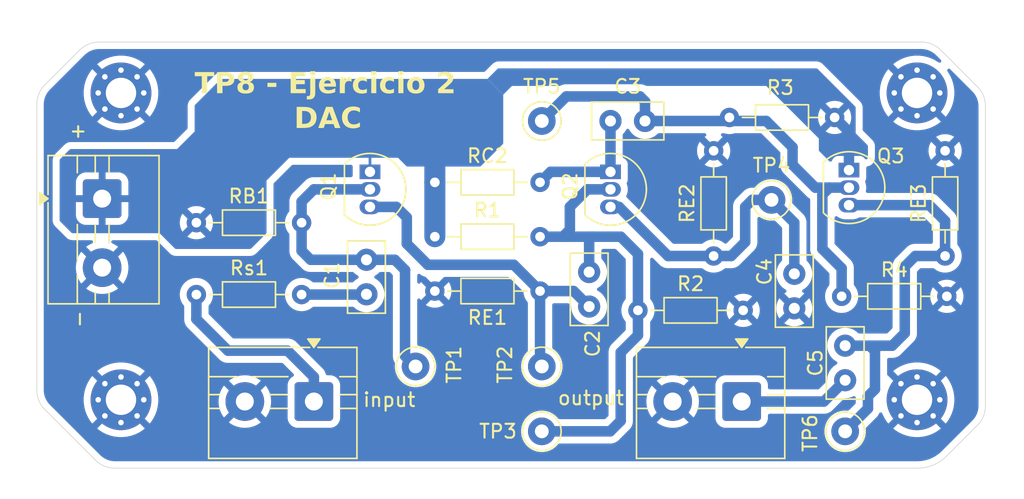
<source format=kicad_pcb>
(kicad_pcb (version 20241229) (generator "pcbnew") (generator_version "9.0")
  (layers (0 "F.Cu" signal) (2 "B.Cu" signal) (13 "F.Paste" user) (15 "B.Paste" user) (5 "F.SilkS" user "F.Silkscreen") (7 "B.SilkS" user "B.Silkscreen") (1 "F.Mask" user) (3 "B.Mask" user) (25 "Edge.Cuts" user))
  (net 0 "")
  (net 1 "Net-(C1-Pad1)")
  (net 2 "Net-(Q1-B)")
  (net 3 "Net-(Q2-B)")
  (net 4 "Net-(Q1-E)")
  (net 5 "Net-(Q2-C)")
  (net 6 "Net-(Q3-B)")
  (net 7 "GND")
  (net 8 "Net-(Q2-E)")
  (net 9 "Net-(Q3-E)")
  (net 10 "+9V")
  (net 11 "Net-(J2-Pin_1)")
  (net 12 "Net-(J3-Pin_1)")
  (footprint "TerminalBlock:TerminalBlock_MaiXu_MX126-5.0-02P_1x02_P5.00mm" (layer "F.Cu") (at 185.674 92.583 180)
    (property "Reference" "output" (at 10.922 0.254 0) (layer "F.SilkS"))
    (property "Value" "output")
    (fp_line (start 7.62 3.92) (end 0.3 3.92) (stroke (width 0.12)) (layer "F.SilkS"))
    (fp_line (start 7.62 -4.12) (end 7.62 3.92) (stroke (width 0.12)) (layer "F.SilkS"))
    (fp_line (start 6.812 0.5) (end 7.62 0.5) (stroke (width 0.12)) (layer "F.SilkS"))
    (fp_line (start 6.812 -0.5) (end 7.62 -0.5) (stroke (width 0.12)) (layer "F.SilkS"))
    (fp_line (start 5.543 1.8) (end 7.62 1.8) (stroke (width 0.12)) (layer "F.SilkS"))
    (fp_line (start 1.88 1.8) (end 4.457 1.8) (stroke (width 0.12)) (layer "F.SilkS"))
    (fp_line (start 1.88 0.5) (end 3.188 0.5) (stroke (width 0.12)) (layer "F.SilkS"))
    (fp_line (start 1.88 -0.5) (end 3.188 -0.5) (stroke (width 0.12)) (layer "F.SilkS"))
    (fp_line (start -0.3 3.92) (end -3.12 3.92) (stroke (width 0.12)) (layer "F.SilkS"))
    (fp_line (start -3.12 3.92) (end -3.12 -4.12) (stroke (width 0.12)) (layer "F.SilkS"))
    (fp_line (start -3.12 1.8) (end -1.88 1.8) (stroke (width 0.12)) (layer "F.SilkS"))
    (fp_line (start -3.12 0.5) (end -1.88 0.5) (stroke (width 0.12)) (layer "F.SilkS"))
    (fp_line (start -3.12 -0.5) (end -1.88 -0.5) (stroke (width 0.12)) (layer "F.SilkS"))
    (fp_line (start -3.12 -4.12) (end 7.62 -4.12) (stroke (width 0.12)) (layer "F.SilkS"))
    (fp_poly (pts (xy 0 3.92) (xy 0.44 4.53) (xy -0.44 4.53)) (stroke (width 0.12)) (fill yes) (layer "F.SilkS"))
    (pad "1" thru_hole roundrect (at 0 0 180) (size 2.8 2.8) (drill 1.3) (layers "*.Cu" "*.Mask") (roundrect_rratio 0.089286) (net 12 "Net-(J3-Pin_1)"))
    (pad "2" thru_hole circle (at 5 0 180) (size 2.8 2.8) (drill 1.3) (layers "*.Cu" "*.Mask") (net 7 "GND"))
  )
  (footprint "Capacitor_THT:C_Disc_D5.0mm_W2.5mm_P2.50mm" (layer "F.Cu") (at 193.167 88.539 -90)
    (property "Reference" "C5" (at 1.25 2.159 90) (layer "F.SilkS"))
    (property "Value" "C")
    (fp_line (start -1.37 1.37) (end -1.37 -1.37) (stroke (width 0.12)) (layer "F.SilkS"))
    (fp_line (start 3.87 1.37) (end -1.37 1.37) (stroke (width 0.12)) (layer "F.SilkS"))
    (fp_line (start -1.37 -1.37) (end 3.87 -1.37) (stroke (width 0.12)) (layer "F.SilkS"))
    (fp_line (start 3.87 -1.37) (end 3.87 1.37) (stroke (width 0.12)) (layer "F.SilkS"))
    (pad "1" thru_hole circle (at 0 0 270) (size 1.6 1.6) (drill 0.8) (layers "*.Cu" "*.Mask") (net 9 "Net-(Q3-E)"))
    (pad "2" thru_hole circle (at 2.5 0 270) (size 1.6 1.6) (drill 0.8) (layers "*.Cu" "*.Mask") (net 12 "Net-(J3-Pin_1)"))
  )
  (footprint "Resistor_THT:R_Axial_DIN0204_L3.6mm_D1.6mm_P7.62mm_Horizontal" (layer "F.Cu") (at 163.449 76.708)
    (property "Reference" "RC2" (at 3.81 -1.92 0) (layer "F.SilkS"))
    (property "Value" "2.7K")
    (fp_line (start 0.94 0) (end 1.89 0) (stroke (width 0.12)) (layer "F.SilkS"))
    (fp_line (start 6.68 0) (end 5.73 0) (stroke (width 0.12)) (layer "F.SilkS"))
    (fp_rect (start 1.89 -0.92) (end 5.73 0.92) (stroke (width 0.12)) (fill no) (layer "F.SilkS"))
    (pad "1" thru_hole circle (at 0 0) (size 1.4 1.4) (drill 0.7) (layers "*.Cu" "*.Mask") (net 10 "+9V"))
    (pad "2" thru_hole circle (at 7.62 0) (size 1.4 1.4) (drill 0.7) (layers "*.Cu" "*.Mask") (net 5 "Net-(Q2-C)"))
  )
  (footprint "Resistor_THT:R_Axial_DIN0204_L3.6mm_D1.6mm_P7.62mm_Horizontal" (layer "F.Cu") (at 183.642 82.042 90)
    (property "Reference" "RE2" (at 3.81 -1.92 90) (layer "F.SilkS"))
    (property "Value" "3.3K")
    (fp_line (start 6.68 0) (end 5.73 0) (stroke (width 0.12)) (layer "F.SilkS"))
    (fp_line (start 0.94 0) (end 1.89 0) (stroke (width 0.12)) (layer "F.SilkS"))
    (fp_rect (start 1.89 -0.92) (end 5.73 0.92) (stroke (width 0.12)) (fill no) (layer "F.SilkS"))
    (pad "1" thru_hole circle (at 0 0 90) (size 1.4 1.4) (drill 0.7) (layers "*.Cu" "*.Mask") (net 8 "Net-(Q2-E)"))
    (pad "2" thru_hole circle (at 7.62 0 90) (size 1.4 1.4) (drill 0.7) (layers "*.Cu" "*.Mask") (net 7 "GND"))
  )
  (footprint "TestPoint:TestPoint_Keystone_5000-5004_Miniature" (layer "F.Cu") (at 187.833 77.978)
    (property "Reference" "TP4" (at 0 -2.5 0) (layer "F.SilkS"))
    (property "Value" "TestPoint_Alt")
    (fp_circle (center 0 0) (end 1.4 0) (stroke (width 0.12)) (fill no) (layer "F.SilkS"))
    (pad "1" thru_hole circle (at 0 0) (size 2 2) (drill 1) (layers "*.Cu" "*.Mask") (net 8 "Net-(Q2-E)"))
  )
  (footprint "Resistor_THT:R_Axial_DIN0204_L3.6mm_D1.6mm_P7.62mm_Horizontal" (layer "F.Cu") (at 200.406 82.042 90)
    (property "Reference" "RE3" (at 3.81 -1.92 90) (layer "F.SilkS"))
    (property "Value" "4.7K")
    (fp_line (start 6.68 0) (end 5.73 0) (stroke (width 0.12)) (layer "F.SilkS"))
    (fp_line (start 0.94 0) (end 1.89 0) (stroke (width 0.12)) (layer "F.SilkS"))
    (fp_rect (start 1.89 -0.92) (end 5.73 0.92) (stroke (width 0.12)) (fill no) (layer "F.SilkS"))
    (pad "1" thru_hole circle (at 0 0 90) (size 1.4 1.4) (drill 0.7) (layers "*.Cu" "*.Mask") (net 9 "Net-(Q3-E)"))
    (pad "2" thru_hole circle (at 7.62 0 90) (size 1.4 1.4) (drill 0.7) (layers "*.Cu" "*.Mask") (net 7 "GND"))
  )
  (footprint "TestPoint:TestPoint_Keystone_5000-5004_Miniature" (layer "F.Cu") (at 171.196 90.043 90)
    (property "Reference" "TP2" (at 0.127 -2.667 90) (layer "F.SilkS"))
    (property "Value" "TestPoint_Alt")
    (fp_circle (center 0 0) (end 1.4 0) (stroke (width 0.12)) (fill no) (layer "F.SilkS"))
    (pad "1" thru_hole circle (at 0 0 90) (size 2 2) (drill 1) (layers "*.Cu" "*.Mask") (net 4 "Net-(Q1-E)"))
  )
  (footprint "Package_TO_SOT_THT:TO-92_Inline" (layer "F.Cu") (at 158.75 75.946 -90)
    (property "Reference" "Q1" (at 1.054 3 90) (layer "F.SilkS"))
    (property "Value" "BC548")
    (fp_line (start -0.53 1.85) (end 3.07 1.85) (stroke (width 0.12)) (layer "F.SilkS"))
    (fp_arc (start -0.568478 1.838478) (mid -1.132087 -0.994977) (end 1.27 -2.6) (stroke (width 0.12)) (layer "F.SilkS"))
    (fp_arc (start 1.27 -2.6) (mid 3.672087 -0.994977) (end 3.108478 1.838478) (stroke (width 0.12)) (layer "F.SilkS"))
    (pad "1" thru_hole rect (at 0 0 270) (size 1.05 1.5) (drill 0.75) (layers "*.Cu" "*.Mask") (net 10 "+9V"))
    (pad "2" thru_hole oval (at 1.27 0 270) (size 1.05 1.5) (drill 0.75) (layers "*.Cu" "*.Mask") (net 2 "Net-(Q1-B)"))
    (pad "3" thru_hole oval (at 2.54 0 270) (size 1.05 1.5) (drill 0.75) (layers "*.Cu" "*.Mask") (net 4 "Net-(Q1-E)"))
  )
  (footprint "MountingHole:MountingHole_2.2mm_M2_Pad_Via" (layer "F.Cu") (at 198.374 70.231)
    (property "Reference" "H1" (hide yes))
    (property "Value" "MountingHole_Pad")
    (pad "1" thru_hole circle (at -1.65 0) (size 0.7 0.7) (drill 0.4) (layers "*.Cu" "*.Mask") (net 7 "GND"))
    (pad "1" thru_hole circle (at -1.166726 -1.166726) (size 0.7 0.7) (drill 0.4) (layers "*.Cu" "*.Mask") (net 7 "GND"))
    (pad "1" thru_hole circle (at -1.166726 1.166726) (size 0.7 0.7) (drill 0.4) (layers "*.Cu" "*.Mask") (net 7 "GND"))
    (pad "1" thru_hole circle (at 0 -1.65) (size 0.7 0.7) (drill 0.4) (layers "*.Cu" "*.Mask") (net 7 "GND"))
    (pad "1" thru_hole circle (at 0 0) (size 4.4 4.4) (drill 2.2) (layers "*.Cu" "*.Mask") (net 7 "GND"))
    (pad "1" thru_hole circle (at 0 1.65) (size 0.7 0.7) (drill 0.4) (layers "*.Cu" "*.Mask") (net 7 "GND"))
    (pad "1" thru_hole circle (at 1.166726 -1.166726) (size 0.7 0.7) (drill 0.4) (layers "*.Cu" "*.Mask") (net 7 "GND"))
    (pad "1" thru_hole circle (at 1.166726 1.166726) (size 0.7 0.7) (drill 0.4) (layers "*.Cu" "*.Mask") (net 7 "GND"))
    (pad "1" thru_hole circle (at 1.65 0) (size 0.7 0.7) (drill 0.4) (layers "*.Cu" "*.Mask") (net 7 "GND"))
  )
  (footprint "TerminalBlock:TerminalBlock_MaiXu_MX126-5.0-02P_1x02_P5.00mm" (layer "F.Cu") (at 139.3515 77.887 -90)
    (property "Reference" "+" (at -4.862 1.8105 90) (layer "F.SilkS"))
    (property "Value" "alimentacion")
    (fp_line (start -3.12 3.92) (end -3.12 -4.12) (stroke (width 0.12)) (layer "F.SilkS"))
    (fp_line (start -0.3 3.92) (end -3.12 3.92) (stroke (width 0.12)) (layer "F.SilkS"))
    (fp_line (start 7.62 3.92) (end 0.3 3.92) (stroke (width 0.12)) (layer "F.SilkS"))
    (fp_line (start -3.12 1.8) (end -1.88 1.8) (stroke (width 0.12)) (layer "F.SilkS"))
    (fp_line (start 1.88 1.8) (end 4.457 1.8) (stroke (width 0.12)) (layer "F.SilkS"))
    (fp_line (start 5.543 1.8) (end 7.62 1.8) (stroke (width 0.12)) (layer "F.SilkS"))
    (fp_line (start -3.12 0.5) (end -1.88 0.5) (stroke (width 0.12)) (layer "F.SilkS"))
    (fp_line (start 1.88 0.5) (end 3.188 0.5) (stroke (width 0.12)) (layer "F.SilkS"))
    (fp_line (start 6.812 0.5) (end 7.62 0.5) (stroke (width 0.12)) (layer "F.SilkS"))
    (fp_line (start -3.12 -0.5) (end -1.88 -0.5) (stroke (width 0.12)) (layer "F.SilkS"))
    (fp_line (start 1.88 -0.5) (end 3.188 -0.5) (stroke (width 0.12)) (layer "F.SilkS"))
    (fp_line (start 6.812 -0.5) (end 7.62 -0.5) (stroke (width 0.12)) (layer "F.SilkS"))
    (fp_line (start -3.12 -4.12) (end 7.62 -4.12) (stroke (width 0.12)) (layer "F.SilkS"))
    (fp_line (start 7.62 -4.12) (end 7.62 3.92) (stroke (width 0.12)) (layer "F.SilkS"))
    (fp_poly (pts (xy 0 3.92) (xy 0.44 4.53) (xy -0.44 4.53)) (stroke (width 0.12)) (fill yes) (layer "F.SilkS"))
    (pad "1" thru_hole roundrect (at 0 0 270) (size 2.8 2.8) (drill 1.3) (layers "*.Cu" "*.Mask") (roundrect_rratio 0.089286) (net 10 "+9V"))
    (pad "2" thru_hole circle (at 5 0 270) (size 2.8 2.8) (drill 1.3) (layers "*.Cu" "*.Mask") (net 7 "GND"))
  )
  (footprint "MountingHole:MountingHole_2.2mm_M2_Pad_Via" (layer "F.Cu") (at 140.716 92.456)
    (property "Reference" "H4" (hide yes))
    (property "Value" "MountingHole_Pad")
    (pad "1" thru_hole circle (at -1.65 0) (size 0.7 0.7) (drill 0.4) (layers "*.Cu" "*.Mask") (net 7 "GND"))
    (pad "1" thru_hole circle (at -1.166726 -1.166726) (size 0.7 0.7) (drill 0.4) (layers "*.Cu" "*.Mask") (net 7 "GND"))
    (pad "1" thru_hole circle (at -1.166726 1.166726) (size 0.7 0.7) (drill 0.4) (layers "*.Cu" "*.Mask") (net 7 "GND"))
    (pad "1" thru_hole circle (at 0 -1.65) (size 0.7 0.7) (drill 0.4) (layers "*.Cu" "*.Mask") (net 7 "GND"))
    (pad "1" thru_hole circle (at 0 0) (size 4.4 4.4) (drill 2.2) (layers "*.Cu" "*.Mask") (net 7 "GND"))
    (pad "1" thru_hole circle (at 0 1.65) (size 0.7 0.7) (drill 0.4) (layers "*.Cu" "*.Mask") (net 7 "GND"))
    (pad "1" thru_hole circle (at 1.166726 -1.166726) (size 0.7 0.7) (drill 0.4) (layers "*.Cu" "*.Mask") (net 7 "GND"))
    (pad "1" thru_hole circle (at 1.166726 1.166726) (size 0.7 0.7) (drill 0.4) (layers "*.Cu" "*.Mask") (net 7 "GND"))
    (pad "1" thru_hole circle (at 1.65 0) (size 0.7 0.7) (drill 0.4) (layers "*.Cu" "*.Mask") (net 7 "GND"))
  )
  (footprint "TestPoint:TestPoint_Keystone_5000-5004_Miniature" (layer "F.Cu") (at 162.052 90.043)
    (property "Reference" "TP1" (at 2.794 -0.127 90) (layer "F.SilkS"))
    (property "Value" "TestPoint_Alt")
    (fp_circle (center 0 0) (end 1.4 0) (stroke (width 0.12)) (fill no) (layer "F.SilkS"))
    (pad "1" thru_hole circle (at 0 0) (size 2 2) (drill 1) (layers "*.Cu" "*.Mask") (net 2 "Net-(Q1-B)"))
  )
  (footprint "Resistor_THT:R_Axial_DIN0204_L3.6mm_D1.6mm_P7.62mm_Horizontal" (layer "F.Cu") (at 146.177 84.836)
    (property "Reference" "Rs1" (at 3.81 -1.92 0) (layer "F.SilkS"))
    (property "Value" "50K")
    (fp_line (start 0.94 0) (end 1.89 0) (stroke (width 0.12)) (layer "F.SilkS"))
    (fp_line (start 6.68 0) (end 5.73 0) (stroke (width 0.12)) (layer "F.SilkS"))
    (fp_rect (start 1.89 -0.92) (end 5.73 0.92) (stroke (width 0.12)) (fill no) (layer "F.SilkS"))
    (pad "1" thru_hole circle (at 0 0) (size 1.4 1.4) (drill 0.7) (layers "*.Cu" "*.Mask") (net 11 "Net-(J2-Pin_1)"))
    (pad "2" thru_hole circle (at 7.62 0) (size 1.4 1.4) (drill 0.7) (layers "*.Cu" "*.Mask") (net 1 "Net-(C1-Pad1)"))
  )
  (footprint "Resistor_THT:R_Axial_DIN0204_L3.6mm_D1.6mm_P7.62mm_Horizontal" (layer "F.Cu") (at 192.913 84.963)
    (property "Reference" "R4" (at 3.81 -1.92 0) (layer "F.SilkS"))
    (property "Value" "100K")
    (fp_line (start 0.94 0) (end 1.89 0) (stroke (width 0.12)) (layer "F.SilkS"))
    (fp_line (start 6.68 0) (end 5.73 0) (stroke (width 0.12)) (layer "F.SilkS"))
    (fp_rect (start 1.89 -0.92) (end 5.73 0.92) (stroke (width 0.12)) (fill no) (layer "F.SilkS"))
    (pad "1" thru_hole circle (at 0 0) (size 1.4 1.4) (drill 0.7) (layers "*.Cu" "*.Mask") (net 6 "Net-(Q3-B)"))
    (pad "2" thru_hole circle (at 7.62 0) (size 1.4 1.4) (drill 0.7) (layers "*.Cu" "*.Mask") (net 7 "GND"))
  )
  (footprint "Package_TO_SOT_THT:TO-92_Inline" (layer "F.Cu") (at 176.17 75.946 -90)
    (property "Reference" "Q2" (at 1.054 2.92 90) (layer "F.SilkS"))
    (property "Value" "BC547")
    (fp_line (start -0.53 1.85) (end 3.07 1.85) (stroke (width 0.12)) (layer "F.SilkS"))
    (fp_arc (start -0.568478 1.838478) (mid -1.132087 -0.994977) (end 1.27 -2.6) (stroke (width 0.12)) (layer "F.SilkS"))
    (fp_arc (start 1.27 -2.6) (mid 3.672087 -0.994977) (end 3.108478 1.838478) (stroke (width 0.12)) (layer "F.SilkS"))
    (pad "1" thru_hole rect (at 0 0 270) (size 1.05 1.5) (drill 0.75) (layers "*.Cu" "*.Mask") (net 5 "Net-(Q2-C)"))
    (pad "2" thru_hole oval (at 1.27 0 270) (size 1.05 1.5) (drill 0.75) (layers "*.Cu" "*.Mask") (net 3 "Net-(Q2-B)"))
    (pad "3" thru_hole oval (at 2.54 0 270) (size 1.05 1.5) (drill 0.75) (layers "*.Cu" "*.Mask") (net 8 "Net-(Q2-E)"))
  )
  (footprint "Resistor_THT:R_Axial_DIN0204_L3.6mm_D1.6mm_P7.62mm_Horizontal" (layer "F.Cu") (at 192.405 72.009 180)
    (property "Reference" "R3" (at 3.937 2.159 0) (layer "F.SilkS"))
    (property "Value" "82K")
    (fp_line (start 6.68 0) (end 5.73 0) (stroke (width 0.12)) (layer "F.SilkS"))
    (fp_line (start 0.94 0) (end 1.89 0) (stroke (width 0.12)) (layer "F.SilkS"))
    (fp_rect (start 1.89 -0.92) (end 5.73 0.92) (stroke (width 0.12)) (fill no) (layer "F.SilkS"))
    (pad "1" thru_hole circle (at 0 0 180) (size 1.4 1.4) (drill 0.7) (layers "*.Cu" "*.Mask") (net 10 "+9V"))
    (pad "2" thru_hole circle (at 7.62 0 180) (size 1.4 1.4) (drill 0.7) (layers "*.Cu" "*.Mask") (net 6 "Net-(Q3-B)"))
  )
  (footprint "Capacitor_THT:C_Disc_D5.0mm_W2.5mm_P2.50mm" (layer "F.Cu") (at 176.169 72.263)
    (property "Reference" "C3" (at 1.25 -2.5 0) (layer "F.SilkS"))
    (property "Value" "C")
    (fp_line (start -1.37 -1.37) (end 3.87 -1.37) (stroke (width 0.12)) (layer "F.SilkS"))
    (fp_line (start -1.37 1.37) (end -1.37 -1.37) (stroke (width 0.12)) (layer "F.SilkS"))
    (fp_line (start 3.87 -1.37) (end 3.87 1.37) (stroke (width 0.12)) (layer "F.SilkS"))
    (fp_line (start 3.87 1.37) (end -1.37 1.37) (stroke (width 0.12)) (layer "F.SilkS"))
    (pad "1" thru_hole circle (at 0 0) (size 1.6 1.6) (drill 0.8) (layers "*.Cu" "*.Mask") (net 5 "Net-(Q2-C)"))
    (pad "2" thru_hole circle (at 2.5 0) (size 1.6 1.6) (drill 0.8) (layers "*.Cu" "*.Mask") (net 6 "Net-(Q3-B)"))
  )
  (footprint "TestPoint:TestPoint_Keystone_5000-5004_Miniature" (layer "F.Cu") (at 193.167 94.742 -90)
    (property "Reference" "TP6" (at 0.127 2.54 90) (layer "F.SilkS"))
    (property "Value" "TestPoint_Alt")
    (fp_circle (center 0 0) (end 1.4 0) (stroke (width 0.12)) (fill no) (layer "F.SilkS"))
    (pad "1" thru_hole circle (at 0 0 270) (size 2 2) (drill 1) (layers "*.Cu" "*.Mask") (net 9 "Net-(Q3-E)"))
  )
  (footprint "MountingHole:MountingHole_2.2mm_M2_Pad_Via" (layer "F.Cu") (at 198.374 92.456)
    (property "Reference" "H2" (hide yes))
    (property "Value" "MountingHole_Pad")
    (pad "1" thru_hole circle (at -1.65 0) (size 0.7 0.7) (drill 0.4) (layers "*.Cu" "*.Mask") (net 7 "GND"))
    (pad "1" thru_hole circle (at -1.166726 -1.166726) (size 0.7 0.7) (drill 0.4) (layers "*.Cu" "*.Mask") (net 7 "GND"))
    (pad "1" thru_hole circle (at -1.166726 1.166726) (size 0.7 0.7) (drill 0.4) (layers "*.Cu" "*.Mask") (net 7 "GND"))
    (pad "1" thru_hole circle (at 0 -1.65) (size 0.7 0.7) (drill 0.4) (layers "*.Cu" "*.Mask") (net 7 "GND"))
    (pad "1" thru_hole circle (at 0 0) (size 4.4 4.4) (drill 2.2) (layers "*.Cu" "*.Mask") (net 7 "GND"))
    (pad "1" thru_hole circle (at 0 1.65) (size 0.7 0.7) (drill 0.4) (layers "*.Cu" "*.Mask") (net 7 "GND"))
    (pad "1" thru_hole circle (at 1.166726 -1.166726) (size 0.7 0.7) (drill 0.4) (layers "*.Cu" "*.Mask") (net 7 "GND"))
    (pad "1" thru_hole circle (at 1.166726 1.166726) (size 0.7 0.7) (drill 0.4) (layers "*.Cu" "*.Mask") (net 7 "GND"))
    (pad "1" thru_hole circle (at 1.65 0) (size 0.7 0.7) (drill 0.4) (layers "*.Cu" "*.Mask") (net 7 "GND"))
  )
  (footprint "Capacitor_THT:C_Disc_D5.0mm_W2.5mm_P2.50mm" (layer "F.Cu") (at 189.484 83.332 -90)
    (property "Reference" "C4" (at -0.147 2.159 90) (layer "F.SilkS"))
    (property "Value" "C")
    (fp_line (start -1.37 1.37) (end -1.37 -1.37) (stroke (width 0.12)) (layer "F.SilkS"))
    (fp_line (start 3.87 1.37) (end -1.37 1.37) (stroke (width 0.12)) (layer "F.SilkS"))
    (fp_line (start -1.37 -1.37) (end 3.87 -1.37) (stroke (width 0.12)) (layer "F.SilkS"))
    (fp_line (start 3.87 -1.37) (end 3.87 1.37) (stroke (width 0.12)) (layer "F.SilkS"))
    (pad "1" thru_hole circle (at 0 0 270) (size 1.6 1.6) (drill 0.8) (layers "*.Cu" "*.Mask") (net 8 "Net-(Q2-E)"))
    (pad "2" thru_hole circle (at 2.5 0 270) (size 1.6 1.6) (drill 0.8) (layers "*.Cu" "*.Mask") (net 7 "GND"))
  )
  (footprint "TerminalBlock:TerminalBlock_MaiXu_MX126-5.0-02P_1x02_P5.00mm" (layer "F.Cu") (at 154.686 92.583 180)
    (property "Reference" "input" (at -5.461 0.127 0) (layer "F.SilkS"))
    (property "Value" "input")
    (fp_line (start 7.62 3.92) (end 0.3 3.92) (stroke (width 0.12)) (layer "F.SilkS"))
    (fp_line (start 7.62 -4.12) (end 7.62 3.92) (stroke (width 0.12)) (layer "F.SilkS"))
    (fp_line (start 6.812 0.5) (end 7.62 0.5) (stroke (width 0.12)) (layer "F.SilkS"))
    (fp_line (start 6.812 -0.5) (end 7.62 -0.5) (stroke (width 0.12)) (layer "F.SilkS"))
    (fp_line (start 5.543 1.8) (end 7.62 1.8) (stroke (width 0.12)) (layer "F.SilkS"))
    (fp_line (start 1.88 1.8) (end 4.457 1.8) (stroke (width 0.12)) (layer "F.SilkS"))
    (fp_line (start 1.88 0.5) (end 3.188 0.5) (stroke (width 0.12)) (layer "F.SilkS"))
    (fp_line (start 1.88 -0.5) (end 3.188 -0.5) (stroke (width 0.12)) (layer "F.SilkS"))
    (fp_line (start -0.3 3.92) (end -3.12 3.92) (stroke (width 0.12)) (layer "F.SilkS"))
    (fp_line (start -3.12 3.92) (end -3.12 -4.12) (stroke (width 0.12)) (layer "F.SilkS"))
    (fp_line (start -3.12 1.8) (end -1.88 1.8) (stroke (width 0.12)) (layer "F.SilkS"))
    (fp_line (start -3.12 0.5) (end -1.88 0.5) (stroke (width 0.12)) (layer "F.SilkS"))
    (fp_line (start -3.12 -0.5) (end -1.88 -0.5) (stroke (width 0.12)) (layer "F.SilkS"))
    (fp_line (start -3.12 -4.12) (end 7.62 -4.12) (stroke (width 0.12)) (layer "F.SilkS"))
    (fp_poly (pts (xy 0 3.92) (xy 0.44 4.53) (xy -0.44 4.53)) (stroke (width 0.12)) (fill yes) (layer "F.SilkS"))
    (pad "1" thru_hole roundrect (at 0 0 180) (size 2.8 2.8) (drill 1.3) (layers "*.Cu" "*.Mask") (roundrect_rratio 0.089286) (net 11 "Net-(J2-Pin_1)"))
    (pad "2" thru_hole circle (at 5 0 180) (size 2.8 2.8) (drill 1.3) (layers "*.Cu" "*.Mask") (net 7 "GND"))
  )
  (footprint "Resistor_THT:R_Axial_DIN0204_L3.6mm_D1.6mm_P7.62mm_Horizontal" (layer "F.Cu") (at 171.069 84.582 180)
    (property "Reference" "RE1" (at 3.81 -1.92 0) (layer "F.SilkS"))
    (property "Value" "4.7K")
    (fp_line (start 6.68 0) (end 5.73 0) (stroke (width 0.12)) (layer "F.SilkS"))
    (fp_line (start 0.94 0) (end 1.89 0) (stroke (width 0.12)) (layer "F.SilkS"))
    (fp_rect (start 1.89 -0.92) (end 5.73 0.92) (stroke (width 0.12)) (fill no) (layer "F.SilkS"))
    (pad "1" thru_hole circle (at 0 0 180) (size 1.4 1.4) (drill 0.7) (layers "*.Cu" "*.Mask") (net 4 "Net-(Q1-E)"))
    (pad "2" thru_hole circle (at 7.62 0 180) (size 1.4 1.4) (drill 0.7) (layers "*.Cu" "*.Mask") (net 7 "GND"))
  )
  (footprint "TestPoint:TestPoint_Keystone_5000-5004_Miniature" (layer "F.Cu") (at 171.196 72.263)
    (property "Reference" "TP5" (at 0 -2.5 0) (layer "F.SilkS"))
    (property "Value" "TestPoint_Alt")
    (fp_circle (center 0 0) (end 1.4 0) (stroke (width 0.12)) (fill no) (layer "F.SilkS"))
    (pad "1" thru_hole circle (at 0 0) (size 2 2) (drill 1) (layers "*.Cu" "*.Mask") (net 6 "Net-(Q3-B)"))
  )
  (footprint "TestPoint:TestPoint_Keystone_5000-5004_Miniature" (layer "F.Cu") (at 171.196 94.742 90)
    (property "Reference" "TP3" (at 0 -3.175 180) (layer "F.SilkS"))
    (property "Value" "TestPoint_Alt")
    (fp_circle (center 0 0) (end 1.4 0) (stroke (width 0.12)) (fill no) (layer "F.SilkS"))
    (pad "1" thru_hole circle (at 0 0 90) (size 2 2) (drill 1) (layers "*.Cu" "*.Mask") (net 3 "Net-(Q2-B)"))
  )
  (footprint "Resistor_THT:R_Axial_DIN0204_L3.6mm_D1.6mm_P7.62mm_Horizontal" (layer "F.Cu") (at 178.16 85.979)
    (property "Reference" "R2" (at 3.81 -1.92 0) (layer "F.SilkS"))
    (property "Value" "56K")
    (fp_line (start 0.94 0) (end 1.89 0) (stroke (width 0.12)) (layer "F.SilkS"))
    (fp_line (start 6.68 0) (end 5.73 0) (stroke (width 0.12)) (layer "F.SilkS"))
    (fp_rect (start 1.89 -0.92) (end 5.73 0.92) (stroke (width 0.12)) (fill no) (layer "F.SilkS"))
    (pad "1" thru_hole circle (at 0 0) (size 1.4 1.4) (drill 0.7) (layers "*.Cu" "*.Mask") (net 3 "Net-(Q2-B)"))
    (pad "2" thru_hole circle (at 7.62 0) (size 1.4 1.4) (drill 0.7) (layers "*.Cu" "*.Mask") (net 7 "GND"))
  )
  (footprint "Capacitor_THT:C_Disc_D5.0mm_W2.5mm_P2.50mm" (layer "F.Cu") (at 158.496 84.816 90)
    (property "Reference" "C1" (at 1.357 -2.496 90) (layer "F.SilkS"))
    (property "Value" "C")
    (fp_line (start 3.87 -1.37) (end 3.87 1.37) (stroke (width 0.12)) (layer "F.SilkS"))
    (fp_line (start -1.37 -1.37) (end 3.87 -1.37) (stroke (width 0.12)) (layer "F.SilkS"))
    (fp_line (start 3.87 1.37) (end -1.37 1.37) (stroke (width 0.12)) (layer "F.SilkS"))
    (fp_line (start -1.37 1.37) (end -1.37 -1.37) (stroke (width 0.12)) (layer "F.SilkS"))
    (pad "1" thru_hole circle (at 0 0 90) (size 1.6 1.6) (drill 0.8) (layers "*.Cu" "*.Mask") (net 1 "Net-(C1-Pad1)"))
    (pad "2" thru_hole circle (at 2.5 0 90) (size 1.6 1.6) (drill 0.8) (layers "*.Cu" "*.Mask") (net 2 "Net-(Q1-B)"))
  )
  (footprint "Resistor_THT:R_Axial_DIN0204_L3.6mm_D1.6mm_P7.62mm_Horizontal" (layer "F.Cu") (at 163.449 80.645)
    (property "Reference" "R1" (at 3.81 -1.92 0) (layer "F.SilkS"))
    (property "Value" "75K")
    (fp_line (start 0.94 0) (end 1.89 0) (stroke (width 0.12)) (layer "F.SilkS"))
    (fp_line (start 6.68 0) (end 5.73 0) (stroke (width 0.12)) (layer "F.SilkS"))
    (fp_rect (start 1.89 -0.92) (end 5.73 0.92) (stroke (width 0.12)) (fill no) (layer "F.SilkS"))
    (pad "1" thru_hole circle (at 0 0) (size 1.4 1.4) (drill 0.7) (layers "*.Cu" "*.Mask") (net 10 "+9V"))
    (pad "2" thru_hole circle (at 7.62 0) (size 1.4 1.4) (drill 0.7) (layers "*.Cu" "*.Mask") (net 3 "Net-(Q2-B)"))
  )
  (footprint "Package_TO_SOT_THT:TO-92_Inline" (layer "F.Cu") (at 193.442 75.819 -90)
    (property "Reference" "Q3" (at -1.016 -3.027 0) (layer "F.SilkS"))
    (property "Value" "BC548")
    (fp_line (start -0.53 1.85) (end 3.07 1.85) (stroke (width 0.12)) (layer "F.SilkS"))
    (fp_arc (start -0.568478 1.838478) (mid -1.132087 -0.994977) (end 1.27 -2.6) (stroke (width 0.12)) (layer "F.SilkS"))
    (fp_arc (start 1.27 -2.6) (mid 3.672087 -0.994977) (end 3.108478 1.838478) (stroke (width 0.12)) (layer "F.SilkS"))
    (pad "1" thru_hole rect (at 0 0 270) (size 1.05 1.5) (drill 0.75) (layers "*.Cu" "*.Mask") (net 10 "+9V"))
    (pad "2" thru_hole oval (at 1.27 0 270) (size 1.05 1.5) (drill 0.75) (layers "*.Cu" "*.Mask") (net 6 "Net-(Q3-B)"))
    (pad "3" thru_hole oval (at 2.54 0 270) (size 1.05 1.5) (drill 0.75) (layers "*.Cu" "*.Mask") (net 9 "Net-(Q3-E)"))
  )
  (footprint "Capacitor_THT:C_Disc_D5.0mm_W2.5mm_P2.50mm" (layer "F.Cu") (at 174.625 85.705 90)
    (property "Reference" "C2" (at -2.687 0.254 90) (layer "F.SilkS"))
    (property "Value" "C")
    (fp_line (start 3.87 -1.37) (end 3.87 1.37) (stroke (width 0.12)) (layer "F.SilkS"))
    (fp_line (start -1.37 -1.37) (end 3.87 -1.37) (stroke (width 0.12)) (layer "F.SilkS"))
    (fp_line (start 3.87 1.37) (end -1.37 1.37) (stroke (width 0.12)) (layer "F.SilkS"))
    (fp_line (start -1.37 1.37) (end -1.37 -1.37) (stroke (width 0.12)) (layer "F.SilkS"))
    (pad "1" thru_hole circle (at 0 0 90) (size 1.6 1.6) (drill 0.8) (layers "*.Cu" "*.Mask") (net 4 "Net-(Q1-E)"))
    (pad "2" thru_hole circle (at 2.5 0 90) (size 1.6 1.6) (drill 0.8) (layers "*.Cu" "*.Mask") (net 3 "Net-(Q2-B)"))
  )
  (footprint "Resistor_THT:R_Axial_DIN0204_L3.6mm_D1.6mm_P7.62mm_Horizontal" (layer "F.Cu") (at 146.177 79.629)
    (property "Reference" "RB1" (at 3.81 -1.92 0) (layer "F.SilkS"))
    (property "Value" "1.8M")
    (fp_line (start 0.94 0) (end 1.89 0) (stroke (width 0.12)) (layer "F.SilkS"))
    (fp_line (start 6.68 0) (end 5.73 0) (stroke (width 0.12)) (layer "F.SilkS"))
    (fp_rect (start 1.89 -0.92) (end 5.73 0.92) (stroke (width 0.12)) (fill no) (layer "F.SilkS"))
    (pad "1" thru_hole circle (at 0 0) (size 1.4 1.4) (drill 0.7) (layers "*.Cu" "*.Mask") (net 10 "+9V"))
    (pad "2" thru_hole circle (at 7.62 0) (size 1.4 1.4) (drill 0.7) (layers "*.Cu" "*.Mask") (net 2 "Net-(Q1-B)"))
  )
  (footprint "MountingHole:MountingHole_2.2mm_M2_Pad_Via" (layer "B.Cu") (at 140.716 70.231 180)
    (property "Reference" "H3" (hide yes))
    (property "Value" "MountingHole_Pad")
    (pad "1" thru_hole circle (at -1.65 0 180) (size 0.7 0.7) (drill 0.4) (layers "*.Cu" "*.Mask") (net 7 "GND"))
    (pad "1" thru_hole circle (at -1.166726 -1.166726 180) (size 0.7 0.7) (drill 0.4) (layers "*.Cu" "*.Mask") (net 7 "GND"))
    (pad "1" thru_hole circle (at -1.166726 1.166726 180) (size 0.7 0.7) (drill 0.4) (layers "*.Cu" "*.Mask") (net 7 "GND"))
    (pad "1" thru_hole circle (at 0 -1.65 180) (size 0.7 0.7) (drill 0.4) (layers "*.Cu" "*.Mask") (net 7 "GND"))
    (pad "1" thru_hole circle (at 0 0 180) (size 4.4 4.4) (drill 2.2) (layers "*.Cu" "*.Mask") (net 7 "GND"))
    (pad "1" thru_hole circle (at 0 1.65 180) (size 0.7 0.7) (drill 0.4) (layers "*.Cu" "*.Mask") (net 7 "GND"))
    (pad "1" thru_hole circle (at 1.166726 -1.166726 180) (size 0.7 0.7) (drill 0.4) (layers "*.Cu" "*.Mask") (net 7 "GND"))
    (pad "1" thru_hole circle (at 1.166726 1.166726 180) (size 0.7 0.7) (drill 0.4) (layers "*.Cu" "*.Mask") (net 7 "GND"))
    (pad "1" thru_hole circle (at 1.65 0 180) (size 0.7 0.7) (drill 0.4) (layers "*.Cu" "*.Mask") (net 7 "GND"))
  )
  (gr_arc (start 140.274427 97.409) (mid 139.509055 97.256768) (end 138.860214 96.823214) (stroke (width 0.05)) (layer "Edge.Cuts"))
  (gr_line (start 200.52268 96.53032) (end 202.741214 94.311786) (stroke (width 0.05)) (layer "Edge.Cuts"))
  (gr_arc (start 198.688573 66.548) (mid 199.45394 66.700241) (end 200.102787 67.133787) (stroke (width 0.05)) (layer "Edge.Cuts"))
  (gr_line (start 198.688573 66.548) (end 140.843 66.548) (stroke (width 0.05)) (layer "Edge.Cuts"))
  (gr_arc (start 202.741214 69.772214) (mid 203.17475 70.421062) (end 203.327 71.186427) (stroke (width 0.05)) (layer "Edge.Cuts"))
  (gr_line (start 139.131427 66.548) (end 140.843 66.548) (stroke (width 0.05)) (layer "Edge.Cuts"))
  (gr_arc (start 203.327 92.897573) (mid 203.174759 93.66294) (end 202.741214 94.311786) (stroke (width 0.05)) (layer "Edge.Cuts"))
  (gr_arc (start 135.205787 93.168787) (mid 134.772241 92.51994) (end 134.62 91.754573) (stroke (width 0.05)) (layer "Edge.Cuts"))
  (gr_arc (start 200.52268 96.53032) (mid 199.549407 97.180625) (end 198.401359 97.409) (stroke (width 0.05)) (layer "Edge.Cuts"))
  (gr_line (start 200.102787 67.133787) (end 202.741214 69.772214) (stroke (width 0.05)) (layer "Edge.Cuts"))
  (gr_line (start 135.205787 93.168787) (end 138.860214 96.823214) (stroke (width 0.05)) (layer "Edge.Cuts"))
  (gr_line (start 134.62 71.059427) (end 134.62 91.754573) (stroke (width 0.05)) (layer "Edge.Cuts"))
  (gr_line (start 135.205787 69.645213) (end 137.717214 67.133786) (stroke (width 0.05)) (layer "Edge.Cuts"))
  (gr_line (start 203.327 92.897573) (end 203.327 71.186427) (stroke (width 0.05)) (layer "Edge.Cuts"))
  (gr_arc (start 137.717214 67.133786) (mid 138.36606 66.700241) (end 139.131427 66.548) (stroke (width 0.05)) (layer "Edge.Cuts"))
  (gr_line (start 140.716 97.409) (end 198.401359 97.409) (stroke (width 0.05)) (layer "Edge.Cuts"))
  (gr_arc (start 134.62 71.059427) (mid 134.772232 70.294054) (end 135.205787 69.645213) (stroke (width 0.05)) (layer "Edge.Cuts"))
  (gr_line (start 140.274427 97.409) (end 140.716 97.409) (stroke (width 0.05)) (layer "Edge.Cuts"))
  (gr_text "-\n" (at 137.668 86.614 90) (layer "F.SilkS") (effects (font (size 1 1))))
  (gr_text "TP8 - Ejercicio 2\n		DAC\n" (at 146.05 73.025 0) (layer "F.SilkS") (effects (font (size 1.5 1.5) (thickness 0.3) (bold yes)) (justify left bottom)))
  (segment (start 158.476 84.836) (end 158.496 84.816) (width 0.2) (layer "B.Cu") (net 1))
  (segment (start 153.797 84.836) (end 158.476 84.836) (width 0.762) (layer "B.Cu") (net 1))
  (segment (start 161.29 89.281) (end 162.052 90.043) (width 0.762) (layer "B.Cu") (net 2))
  (segment (start 154.686 77.216) (end 158.75 77.216) (width 0.762) (layer "B.Cu") (net 2))
  (segment (start 161.29 83.058) (end 161.29 89.281) (width 0.762) (layer "B.Cu") (net 2))
  (segment (start 153.797 81.661) (end 153.797 79.629) (width 0.762) (layer "B.Cu") (net 2))
  (segment (start 153.797 78.105) (end 154.686 77.216) (width 0.762) (layer "B.Cu") (net 2))
  (segment (start 160.548 82.316) (end 161.29 83.058) (width 0.762) (layer "B.Cu") (net 2))
  (segment (start 153.797 79.629) (end 153.797 78.105) (width 0.762) (layer "B.Cu") (net 2))
  (segment (start 154.452 82.316) (end 153.797 81.661) (width 0.762) (layer "B.Cu") (net 2))
  (segment (start 158.496 82.316) (end 160.548 82.316) (width 0.762) (layer "B.Cu") (net 2))
  (segment (start 158.496 82.316) (end 154.452 82.316) (width 0.762) (layer "B.Cu") (net 2))
  (segment (start 176.911 93.98) (end 176.911 89.027) (width 0.762) (layer "B.Cu") (net 3))
  (segment (start 178.16 87.778) (end 178.16 85.979) (width 0.762) (layer "B.Cu") (net 3))
  (segment (start 174.752 80.645) (end 175.006 80.645) (width 0.762) (layer "B.Cu") (net 3))
  (segment (start 178.16 85.979) (end 178.16 81.894) (width 0.762) (layer "B.Cu") (net 3))
  (segment (start 172.72 80.645) (end 173.228 80.137) (width 0.762) (layer "B.Cu") (net 3))
  (segment (start 176.149 94.742) (end 176.911 93.98) (width 0.762) (layer "B.Cu") (net 3))
  (segment (start 175.006 80.645) (end 172.72 80.645) (width 0.762) (layer "B.Cu") (net 3))
  (segment (start 176.911 80.645) (end 175.006 80.645) (width 0.762) (layer "B.Cu") (net 3))
  (segment (start 174.625 83.205) (end 174.625 80.772) (width 0.762) (layer "B.Cu") (net 3))
  (segment (start 173.228 80.137) (end 173.228 78.486) (width 0.762) (layer "B.Cu") (net 3))
  (segment (start 171.196 94.742) (end 176.149 94.742) (width 0.762) (layer "B.Cu") (net 3))
  (segment (start 174.498 77.216) (end 176.17 77.216) (width 0.762) (layer "B.Cu") (net 3))
  (segment (start 174.625 80.772) (end 174.752 80.645) (width 0.762) (layer "B.Cu") (net 3))
  (segment (start 171.069 80.645) (end 172.72 80.645) (width 0.762) (layer "B.Cu") (net 3))
  (segment (start 176.911 89.027) (end 178.16 87.778) (width 0.762) (layer "B.Cu") (net 3))
  (segment (start 178.16 81.894) (end 176.911 80.645) (width 0.762) (layer "B.Cu") (net 3))
  (segment (start 173.228 78.486) (end 174.498 77.216) (width 0.762) (layer "B.Cu") (net 3))
  (segment (start 173.502 84.582) (end 174.625 85.705) (width 0.762) (layer "B.Cu") (net 4))
  (segment (start 169.164 82.677) (end 171.069 84.582) (width 0.762) (layer "B.Cu") (net 4))
  (segment (start 171.069 89.916) (end 171.196 90.043) (width 0.762) (layer "B.Cu") (net 4))
  (segment (start 171.069 84.582) (end 171.069 89.916) (width 0.762) (layer "B.Cu") (net 4))
  (segment (start 161.417 81.153) (end 162.941 82.677) (width 0.762) (layer "B.Cu") (net 4))
  (segment (start 158.75 78.486) (end 160.655 78.486) (width 0.762) (layer "B.Cu") (net 4))
  (segment (start 162.941 82.677) (end 169.164 82.677) (width 0.762) (layer "B.Cu") (net 4))
  (segment (start 171.069 84.582) (end 173.502 84.582) (width 0.762) (layer "B.Cu") (net 4))
  (segment (start 160.655 78.486) (end 161.417 79.248) (width 0.762) (layer "B.Cu") (net 4))
  (segment (start 161.417 79.248) (end 161.417 81.153) (width 0.762) (layer "B.Cu") (net 4))
  (segment (start 176.169 75.945) (end 176.17 75.946) (width 0.762) (layer "B.Cu") (net 5))
  (segment (start 171.069 76.708) (end 171.831 75.946) (width 0.762) (layer "B.Cu") (net 5))
  (segment (start 176.169 72.263) (end 176.169 75.945) (width 0.762) (layer "B.Cu") (net 5))
  (segment (start 171.831 75.946) (end 176.17 75.946) (width 0.762) (layer "B.Cu") (net 5))
  (segment (start 187.452 72.263) (end 189.357 74.168) (width 0.762) (layer "B.Cu") (net 6))
  (segment (start 184.531 72.263) (end 184.785 72.009) (width 0.762) (layer "B.Cu") (net 6))
  (segment (start 191.516 81.534) (end 192.913 82.931) (width 0.762) (layer "B.Cu") (net 6))
  (segment (start 191.516 77.597) (end 191.516 81.534) (width 0.762) (layer "B.Cu") (net 6))
  (segment (start 172.974 70.485) (end 178.308 70.485) (width 0.762) (layer "B.Cu") (net 6))
  (segment (start 192.024 77.089) (end 191.516 77.597) (width 0.762) (layer "B.Cu") (net 6))
  (segment (start 171.196 72.263) (end 172.974 70.485) (width 0.762) (layer "B.Cu") (net 6))
  (segment (start 178.669 70.886) (end 178.669 72.263) (width 0.762) (layer "B.Cu") (net 6))
  (segment (start 178.669 72.263) (end 184.531 72.263) (width 0.762) (layer "B.Cu") (net 6))
  (segment (start 178.689 70.866) (end 178.669 70.886) (width 0.762) (layer "B.Cu") (net 6))
  (segment (start 191.008 77.089) (end 192.024 77.089) (width 0.762) (layer "B.Cu") (net 6))
  (segment (start 178.308 70.485) (end 178.689 70.866) (width 0.762) (layer "B.Cu") (net 6))
  (segment (start 193.442 77.089) (end 192.024 77.089) (width 0.762) (layer "B.Cu") (net 6))
  (segment (start 185.039 72.263) (end 187.452 72.263) (width 0.762) (layer "B.Cu") (net 6))
  (segment (start 189.357 75.438) (end 191.008 77.089) (width 0.762) (layer "B.Cu") (net 6))
  (segment (start 192.913 82.931) (end 192.913 84.963) (width 0.762) (layer "B.Cu") (net 6))
  (segment (start 184.785 72.009) (end 185.039 72.263) (width 0.762) (layer "B.Cu") (net 6))
  (segment (start 189.357 74.168) (end 189.357 75.438) (width 0.762) (layer "B.Cu") (net 6))
  (segment (start 183.642 82.042) (end 184.912 82.042) (width 0.762) (layer "B.Cu") (net 8))
  (segment (start 176.784 78.486) (end 180.34 82.042) (width 0.762) (layer "B.Cu") (net 8))
  (segment (start 180.34 82.042) (end 183.642 82.042) (width 0.762) (layer "B.Cu") (net 8))
  (segment (start 184.912 82.042) (end 185.928 81.026) (width 0.762) (layer "B.Cu") (net 8))
  (segment (start 185.928 78.486) (end 186.436 77.978) (width 0.762) (layer "B.Cu") (net 8))
  (segment (start 185.928 81.026) (end 185.928 78.486) (width 0.762) (layer "B.Cu") (net 8))
  (segment (start 176.17 78.486) (end 176.784 78.486) (width 0.762) (layer "B.Cu") (net 8))
  (segment (start 186.436 77.978) (end 187.833 77.978) (width 0.762) (layer "B.Cu") (net 8))
  (segment (start 189.484 83.332) (end 189.484 79.629) (width 0.762) (layer "B.Cu") (net 8))
  (segment (start 189.484 79.629) (end 187.833 77.978) (width 0.762) (layer "B.Cu") (net 8))
  (segment (start 199.263 78.359) (end 200.406 79.502) (width 0.762) (layer "B.Cu") (net 9))
  (segment (start 193.167 88.539) (end 194.945 88.539) (width 0.762) (layer "B.Cu") (net 9))
  (segment (start 195.326 91.694) (end 195.326 88.92) (width 0.762) (layer "B.Cu") (net 9))
  (segment (start 197.485 87.63) (end 197.485 82.804) (width 0.762) (layer "B.Cu") (net 9))
  (segment (start 197.485 82.804) (end 198.247 82.042) (width 0.762) (layer "B.Cu") (net 9))
  (segment (start 194.818 92.202) (end 195.326 91.694) (width 0.762) (layer "B.Cu") (net 9))
  (segment (start 198.247 82.042) (end 200.406 82.042) (width 0.762) (layer "B.Cu") (net 9))
  (segment (start 194.818 93.091) (end 194.818 92.202) (width 0.762) (layer "B.Cu") (net 9))
  (segment (start 196.576 88.539) (end 197.485 87.63) (width 0.762) (layer "B.Cu") (net 9))
  (segment (start 195.326 88.92) (end 194.945 88.539) (width 0.762) (layer "B.Cu") (net 9))
  (segment (start 193.442 78.359) (end 199.263 78.359) (width 0.762) (layer "B.Cu") (net 9))
  (segment (start 193.167 94.742) (end 194.818 93.091) (width 0.762) (layer "B.Cu") (net 9))
  (segment (start 200.406 79.502) (end 200.406 82.042) (width 0.762) (layer "B.Cu") (net 9))
  (segment (start 194.945 88.539) (end 196.576 88.539) (width 0.762) (layer "B.Cu") (net 9))
  (segment (start 163.449 80.645) (end 163.449 76.708) (width 1.524) (layer "B.Cu") (net 10))
  (segment (start 193.442 73.046) (end 192.405 72.009) (width 0.762) (layer "B.Cu") (net 10))
  (segment (start 163.449 76.708) (end 163.449 74.676) (width 1.524) (layer "B.Cu") (net 10))
  (segment (start 158.75 75.946) (end 158.75 74.549) (width 0.2) (layer "B.Cu") (net 10))
  (segment (start 193.442 75.819) (end 193.442 73.046) (width 0.762) (layer "B.Cu") (net 10))
  (segment (start 152.781 88.9) (end 154.686 90.805) (width 0.762) (layer "B.Cu") (net 11))
  (segment (start 146.177 84.836) (end 146.177 86.614) (width 0.762) (layer "B.Cu") (net 11))
  (segment (start 146.177 86.614) (end 148.463 88.9) (width 0.762) (layer "B.Cu") (net 11))
  (segment (start 154.686 90.805) (end 154.686 92.583) (width 0.762) (layer "B.Cu") (net 11))
  (segment (start 148.463 88.9) (end 152.781 88.9) (width 0.762) (layer "B.Cu") (net 11))
  (segment (start 191.623 92.583) (end 193.167 91.039) (width 0.762) (layer "B.Cu") (net 12))
  (segment (start 185.674 92.583) (end 191.623 92.583) (width 0.762) (layer "B.Cu") (net 12))
  (zone (net 10) (net_name "+9V") (layer "B.Cu") (priority 1) (connect_pads (clearance 0.5)) (min_thickness 0.25) (fill yes (thermal_gap 0.5) (thermal_bridge_width 0.5))
    (polygon (pts (xy 137.033 74.295) (xy 136.271 75.057) (xy 136.271 79.502) (xy 137.16 80.391) (xy 143.51 80.391) (xy 144.653 81.534) (xy 150.114 81.534) (xy 151.257 80.391) (xy 151.257 76.581) (xy 152.908 74.93) (xy 160.782 74.93) (xy 161.417 75.565) (xy 166.751 75.565) (xy 168.402 73.914) (xy 168.402 70.358) (xy 167.259 69.215) (xy 147.955 69.215) (xy 146.05 71.12) (xy 146.05 73.025) (xy 144.78 74.295)))
  )
  (zone (net 10) (net_name "+9V") (layer "B.Cu") (priority 2) (connect_pads (clearance 0.5)) (min_thickness 0.25) (fill yes (thermal_gap 0.5) (thermal_bridge_width 0.5))
    (polygon (pts (xy 168.021 68.453) (xy 191.135 68.453) (xy 193.929 71.247) (xy 193.929 73.152) (xy 194.818 74.041) (xy 194.818 75.184) (xy 194.183 75.819) (xy 192.659 75.819) (xy 191.262 74.422) (xy 191.262 73.533) (xy 187.452 69.723) (xy 169.037 69.723) (xy 168.402 70.358) (xy 167.259 69.215)))
  )
  (zone (net 7) (net_name "GND") (layer "B.Cu") (connect_pads (clearance 0.5)) (min_thickness 0.25) (fill yes (thermal_gap 0.5) (thermal_bridge_width 0.5))
    (polygon (pts (xy 131.953 64.516) (xy 131.953 99.441) (xy 202.946 99.441) (xy 206.121 96.266) (xy 206.121 69.85) (xy 199.771 63.5) (xy 132.969 63.5)))
  )
)
</source>
